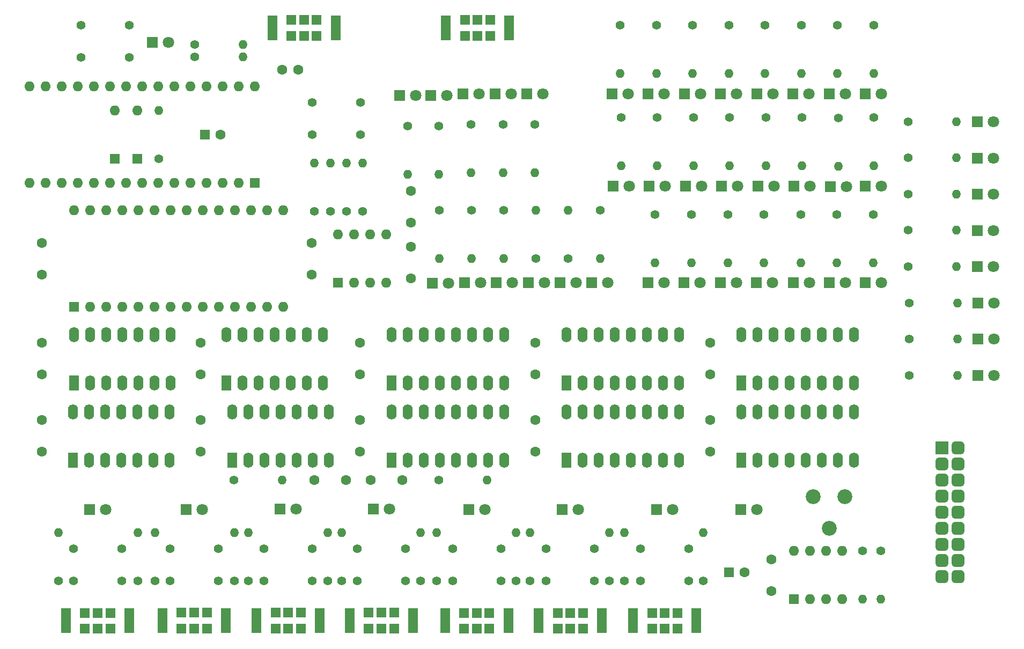
<source format=gbr>
%TF.GenerationSoftware,KiCad,Pcbnew,7.0.7*%
%TF.CreationDate,2024-08-20T13:12:50+02:00*%
%TF.ProjectId,plc14500,706c6331-3435-4303-902e-6b696361645f,rev?*%
%TF.SameCoordinates,Original*%
%TF.FileFunction,Soldermask,Top*%
%TF.FilePolarity,Negative*%
%FSLAX46Y46*%
G04 Gerber Fmt 4.6, Leading zero omitted, Abs format (unit mm)*
G04 Created by KiCad (PCBNEW 7.0.7) date 2024-08-20 13:12:50*
%MOMM*%
%LPD*%
G01*
G04 APERTURE LIST*
G04 Aperture macros list*
%AMRoundRect*
0 Rectangle with rounded corners*
0 $1 Rounding radius*
0 $2 $3 $4 $5 $6 $7 $8 $9 X,Y pos of 4 corners*
0 Add a 4 corners polygon primitive as box body*
4,1,4,$2,$3,$4,$5,$6,$7,$8,$9,$2,$3,0*
0 Add four circle primitives for the rounded corners*
1,1,$1+$1,$2,$3*
1,1,$1+$1,$4,$5*
1,1,$1+$1,$6,$7*
1,1,$1+$1,$8,$9*
0 Add four rect primitives between the rounded corners*
20,1,$1+$1,$2,$3,$4,$5,0*
20,1,$1+$1,$4,$5,$6,$7,0*
20,1,$1+$1,$6,$7,$8,$9,0*
20,1,$1+$1,$8,$9,$2,$3,0*%
G04 Aperture macros list end*
%ADD10C,1.600000*%
%ADD11R,1.600000X1.600000*%
%ADD12C,1.800000*%
%ADD13R,1.800000X1.800000*%
%ADD14C,1.400000*%
%ADD15O,1.400000X1.400000*%
%ADD16C,2.340000*%
%ADD17R,1.524000X1.524000*%
%ADD18R,1.524000X4.000000*%
%ADD19R,1.600000X2.400000*%
%ADD20O,1.600000X2.400000*%
%ADD21O,1.600000X1.600000*%
%ADD22C,1.397000*%
%ADD23R,2.000000X2.000000*%
%ADD24RoundRect,0.500000X-0.500000X-0.500000X0.500000X-0.500000X0.500000X0.500000X-0.500000X0.500000X0*%
G04 APERTURE END LIST*
D10*
%TO.C,C3*%
X127871000Y-113030000D03*
X127871000Y-108030000D03*
%TD*%
D11*
%TO.C,C4*%
X186095000Y-132080000D03*
D10*
X188595000Y-132080000D03*
%TD*%
%TO.C,C6*%
X183122000Y-108030000D03*
X183122000Y-113030000D03*
%TD*%
D11*
%TO.C,C7*%
X103370000Y-62940000D03*
D10*
X105870000Y-62940000D03*
%TD*%
%TO.C,C8*%
X155497000Y-95805000D03*
X155497000Y-100805000D03*
%TD*%
%TO.C,C9*%
X77620000Y-85025000D03*
X77620000Y-80025000D03*
%TD*%
%TO.C,C10*%
X120220000Y-80025000D03*
X120220000Y-85025000D03*
%TD*%
%TO.C,C11*%
X135890000Y-76835000D03*
X135890000Y-71835000D03*
%TD*%
%TO.C,C12*%
X135890000Y-85645000D03*
X135890000Y-80645000D03*
%TD*%
%TO.C,C13*%
X129510000Y-117510000D03*
X134510000Y-117510000D03*
%TD*%
%TO.C,C14*%
X183122000Y-100805000D03*
X183122000Y-95805000D03*
%TD*%
%TO.C,C16*%
X127871000Y-95805000D03*
X127871000Y-100805000D03*
%TD*%
%TO.C,C17*%
X155497000Y-108030000D03*
X155497000Y-113030000D03*
%TD*%
D12*
%TO.C,D1*%
X177240000Y-122120000D03*
D13*
X174700000Y-122120000D03*
%TD*%
D12*
%TO.C,D2*%
X162340000Y-122120000D03*
D13*
X159800000Y-122120000D03*
%TD*%
D12*
%TO.C,D3*%
X147545000Y-122120000D03*
D13*
X145005000Y-122120000D03*
%TD*%
D12*
%TO.C,D4*%
X132495000Y-122080000D03*
D13*
X129955000Y-122080000D03*
%TD*%
D12*
%TO.C,D6*%
X102960000Y-122100000D03*
D13*
X100420000Y-122100000D03*
%TD*%
D12*
%TO.C,D7*%
X87705000Y-122120000D03*
D13*
X85165000Y-122120000D03*
%TD*%
D12*
%TO.C,D8*%
X190500000Y-122150000D03*
D13*
X187960000Y-122150000D03*
%TD*%
D12*
%TO.C,D9*%
X227965000Y-100965000D03*
D13*
X225425000Y-100965000D03*
%TD*%
D12*
%TO.C,D10*%
X227965000Y-95250000D03*
D13*
X225425000Y-95250000D03*
%TD*%
D12*
%TO.C,D11*%
X227965000Y-89535000D03*
D13*
X225425000Y-89535000D03*
%TD*%
D12*
%TO.C,D12*%
X227850000Y-83820000D03*
D13*
X225310000Y-83820000D03*
%TD*%
D12*
%TO.C,D13*%
X227850000Y-78105000D03*
D13*
X225310000Y-78105000D03*
%TD*%
D12*
%TO.C,D14*%
X227845000Y-72390000D03*
D13*
X225305000Y-72390000D03*
%TD*%
D12*
%TO.C,D15*%
X227850000Y-66675000D03*
D13*
X225310000Y-66675000D03*
%TD*%
D12*
%TO.C,D16*%
X227850000Y-60960000D03*
D13*
X225310000Y-60960000D03*
%TD*%
D12*
%TO.C,D17*%
X97650000Y-48380000D03*
D13*
X95110000Y-48380000D03*
%TD*%
D12*
%TO.C,D18*%
X146680000Y-56515000D03*
D13*
X144140000Y-56515000D03*
%TD*%
D12*
%TO.C,D19*%
X141600000Y-56770000D03*
D13*
X139060000Y-56770000D03*
%TD*%
D12*
%TO.C,D20*%
X210185000Y-56515000D03*
D13*
X207645000Y-56515000D03*
%TD*%
D12*
%TO.C,D21*%
X210185000Y-71120000D03*
D13*
X207645000Y-71120000D03*
%TD*%
D12*
%TO.C,D22*%
X204470000Y-56515000D03*
D13*
X201930000Y-56515000D03*
%TD*%
D12*
%TO.C,D23*%
X204615000Y-71185000D03*
D13*
X202075000Y-71185000D03*
%TD*%
D12*
%TO.C,D24*%
X198755000Y-56515000D03*
D13*
X196215000Y-56515000D03*
%TD*%
D12*
%TO.C,D25*%
X198900000Y-71120000D03*
D13*
X196360000Y-71120000D03*
%TD*%
D12*
%TO.C,D26*%
X193040000Y-56515000D03*
D13*
X190500000Y-56515000D03*
%TD*%
D12*
%TO.C,D27*%
X193190000Y-71120000D03*
D13*
X190650000Y-71120000D03*
%TD*%
D12*
%TO.C,D28*%
X156730000Y-56515000D03*
D13*
X154190000Y-56515000D03*
%TD*%
D12*
%TO.C,D29*%
X187325000Y-56515000D03*
D13*
X184785000Y-56515000D03*
%TD*%
D12*
%TO.C,D30*%
X187475000Y-71120000D03*
D13*
X184935000Y-71120000D03*
%TD*%
D12*
%TO.C,D31*%
X181610000Y-56515000D03*
D13*
X179070000Y-56515000D03*
%TD*%
D12*
%TO.C,D32*%
X181760000Y-71120000D03*
D13*
X179220000Y-71120000D03*
%TD*%
D12*
%TO.C,D33*%
X151760000Y-56515000D03*
D13*
X149220000Y-56515000D03*
%TD*%
D12*
%TO.C,D34*%
X175895000Y-56515000D03*
D13*
X173355000Y-56515000D03*
%TD*%
D12*
%TO.C,D35*%
X176045000Y-71120000D03*
D13*
X173505000Y-71120000D03*
%TD*%
D12*
%TO.C,D36*%
X170180000Y-56515000D03*
D13*
X167640000Y-56515000D03*
%TD*%
D12*
%TO.C,D37*%
X170325000Y-71120000D03*
D13*
X167785000Y-71120000D03*
%TD*%
D12*
%TO.C,D38*%
X136690000Y-56770000D03*
D13*
X134150000Y-56770000D03*
%TD*%
D12*
%TO.C,D39*%
X141830000Y-86380000D03*
D13*
X139290000Y-86380000D03*
%TD*%
D12*
%TO.C,D41*%
X146865000Y-86360000D03*
D13*
X144325000Y-86360000D03*
%TD*%
D12*
%TO.C,D42*%
X151900000Y-86360000D03*
D13*
X149360000Y-86360000D03*
%TD*%
D12*
%TO.C,D43*%
X210185000Y-86360000D03*
D13*
X207645000Y-86360000D03*
%TD*%
D12*
%TO.C,D44*%
X204481000Y-86349300D03*
D13*
X201941000Y-86349300D03*
%TD*%
D12*
%TO.C,D45*%
X198778000Y-86349300D03*
D13*
X196238000Y-86349300D03*
%TD*%
D12*
%TO.C,D46*%
X192985000Y-86360000D03*
D13*
X190445000Y-86360000D03*
%TD*%
D12*
%TO.C,D47*%
X187270000Y-86360000D03*
D13*
X184730000Y-86360000D03*
%TD*%
D12*
%TO.C,D48*%
X181555000Y-86360000D03*
D13*
X179015000Y-86360000D03*
%TD*%
D14*
%TO.C,R1*%
X182035000Y-133410000D03*
D15*
X182035000Y-125790000D03*
%TD*%
D14*
%TO.C,R2*%
X167188000Y-133410000D03*
D15*
X167188000Y-125790000D03*
%TD*%
D14*
%TO.C,R3*%
X152447000Y-133410000D03*
D15*
X152447000Y-125790000D03*
%TD*%
D14*
%TO.C,R4*%
X137450000Y-133370000D03*
D15*
X137450000Y-125750000D03*
%TD*%
D14*
%TO.C,R5*%
X169575000Y-133410000D03*
D15*
X169575000Y-125790000D03*
%TD*%
D14*
%TO.C,R6*%
X154711700Y-133410000D03*
D15*
X154711700Y-125790000D03*
%TD*%
D14*
%TO.C,R7*%
X139953000Y-133410000D03*
D15*
X139953000Y-125790000D03*
%TD*%
D14*
%TO.C,R8*%
X124940000Y-133370000D03*
D15*
X124940000Y-125750000D03*
%TD*%
D14*
%TO.C,R9*%
X122803000Y-133370000D03*
D15*
X122803000Y-125750000D03*
%TD*%
D14*
%TO.C,R10*%
X108022000Y-133390000D03*
D15*
X108022000Y-125770000D03*
%TD*%
D14*
%TO.C,R12*%
X110277000Y-133370000D03*
D15*
X110277000Y-125750000D03*
%TD*%
D14*
%TO.C,R13*%
X95478000Y-133390000D03*
D15*
X95478000Y-125770000D03*
%TD*%
D14*
%TO.C,R14*%
X80260000Y-133410000D03*
D15*
X80260000Y-125790000D03*
%TD*%
D14*
%TO.C,R15*%
X210090000Y-128685000D03*
D15*
X210090000Y-136305000D03*
%TD*%
D14*
%TO.C,R16*%
X207180000Y-128685000D03*
D15*
X207180000Y-136305000D03*
%TD*%
D14*
%TO.C,R17*%
X214515000Y-100965000D03*
D15*
X222135000Y-100965000D03*
%TD*%
D14*
%TO.C,R18*%
X214515000Y-95240000D03*
D15*
X222135000Y-95240000D03*
%TD*%
D14*
%TO.C,R19*%
X214515000Y-89515000D03*
D15*
X222135000Y-89515000D03*
%TD*%
D14*
%TO.C,R20*%
X214400000Y-83790000D03*
D15*
X222020000Y-83790000D03*
%TD*%
D14*
%TO.C,R21*%
X214400000Y-78065000D03*
D15*
X222020000Y-78065000D03*
%TD*%
D14*
%TO.C,R23*%
X214395000Y-72340000D03*
D15*
X222015000Y-72340000D03*
%TD*%
D14*
%TO.C,R24*%
X214400000Y-66615000D03*
D15*
X222020000Y-66615000D03*
%TD*%
D14*
%TO.C,R25*%
X214390000Y-60890000D03*
D15*
X222010000Y-60890000D03*
%TD*%
D14*
%TO.C,R26*%
X101780000Y-48700000D03*
D15*
X109400000Y-48700000D03*
%TD*%
D14*
%TO.C,R27*%
X101800000Y-50710000D03*
D15*
X109420000Y-50710000D03*
%TD*%
D14*
%TO.C,R30*%
X120650000Y-75040000D03*
D15*
X120650000Y-67420000D03*
%TD*%
D14*
%TO.C,R31*%
X123190000Y-75040000D03*
D15*
X123190000Y-67420000D03*
%TD*%
D14*
%TO.C,R32*%
X208920000Y-45705000D03*
D15*
X208920000Y-53325000D03*
%TD*%
D14*
%TO.C,R33*%
X208920000Y-60260000D03*
D15*
X208920000Y-67880000D03*
%TD*%
D14*
%TO.C,R34*%
X203205000Y-45705000D03*
D15*
X203205000Y-53325000D03*
%TD*%
D14*
%TO.C,R35*%
X203350000Y-60325000D03*
D15*
X203350000Y-67945000D03*
%TD*%
D14*
%TO.C,R36*%
X197490000Y-45705000D03*
D15*
X197490000Y-53325000D03*
%TD*%
D14*
%TO.C,R37*%
X197635000Y-60260000D03*
D15*
X197635000Y-67880000D03*
%TD*%
D14*
%TO.C,R38*%
X191775000Y-45705000D03*
D15*
X191775000Y-53325000D03*
%TD*%
D14*
%TO.C,R39*%
X191925000Y-60260000D03*
D15*
X191925000Y-67880000D03*
%TD*%
D14*
%TO.C,R41*%
X186060000Y-45705000D03*
D15*
X186060000Y-53325000D03*
%TD*%
D14*
%TO.C,R42*%
X186210000Y-60260000D03*
D15*
X186210000Y-67880000D03*
%TD*%
D14*
%TO.C,R43*%
X180345000Y-45705000D03*
D15*
X180345000Y-53325000D03*
%TD*%
D14*
%TO.C,R44*%
X180495000Y-60260000D03*
D15*
X180495000Y-67880000D03*
%TD*%
D14*
%TO.C,R46*%
X174630000Y-45705000D03*
D15*
X174630000Y-53325000D03*
%TD*%
D14*
%TO.C,R47*%
X174780000Y-60260000D03*
D15*
X174780000Y-67880000D03*
%TD*%
D14*
%TO.C,R48*%
X168915000Y-45705000D03*
D15*
X168915000Y-53325000D03*
%TD*%
D14*
%TO.C,R50*%
X125730000Y-75040000D03*
D15*
X125730000Y-67420000D03*
%TD*%
D14*
%TO.C,R51*%
X128270000Y-75040000D03*
D15*
X128270000Y-67420000D03*
%TD*%
D14*
%TO.C,R52*%
X135425000Y-61595000D03*
D15*
X135425000Y-69215000D03*
%TD*%
D14*
%TO.C,R53*%
X155580000Y-82539300D03*
D15*
X155580000Y-74919300D03*
%TD*%
D14*
%TO.C,R55*%
X140340000Y-74930000D03*
D15*
X140340000Y-82550000D03*
%TD*%
D14*
%TO.C,R57*%
X145420000Y-74930000D03*
D15*
X145420000Y-82550000D03*
%TD*%
D14*
%TO.C,R58*%
X150500000Y-74930000D03*
D15*
X150500000Y-82550000D03*
%TD*%
D14*
%TO.C,R60*%
X208860000Y-75575700D03*
D15*
X208860000Y-83195700D03*
%TD*%
D14*
%TO.C,R61*%
X203145000Y-75565000D03*
D15*
X203145000Y-83185000D03*
%TD*%
D14*
%TO.C,R62*%
X197430000Y-75565000D03*
D15*
X197430000Y-83185000D03*
%TD*%
D14*
%TO.C,R63*%
X191626000Y-75575700D03*
D15*
X191626000Y-83195700D03*
%TD*%
D14*
%TO.C,R64*%
X185899000Y-75575700D03*
D15*
X185899000Y-83195700D03*
%TD*%
D14*
%TO.C,R65*%
X180173000Y-75575700D03*
D15*
X180173000Y-83195700D03*
%TD*%
D14*
%TO.C,R66*%
X174446000Y-75575700D03*
D15*
X174446000Y-83195700D03*
%TD*%
D16*
%TO.C,RV1*%
X204430000Y-120095000D03*
X201930000Y-125095000D03*
X199430000Y-120095000D03*
%TD*%
D17*
%TO.C,S6*%
X159075000Y-140950000D03*
X161075000Y-140950000D03*
X163075000Y-140950000D03*
X159075000Y-138450000D03*
X161075000Y-138450000D03*
X163075000Y-138450000D03*
D18*
X156075000Y-139700000D03*
X166075000Y-139700000D03*
%TD*%
D17*
%TO.C,S7*%
X144280000Y-140950000D03*
X146280000Y-140950000D03*
X148280000Y-140950000D03*
X144280000Y-138450000D03*
X146280000Y-138450000D03*
X148280000Y-138450000D03*
D18*
X141280000Y-139700000D03*
X151280000Y-139700000D03*
%TD*%
D17*
%TO.C,S8*%
X129230000Y-140910000D03*
X131230000Y-140910000D03*
X133230000Y-140910000D03*
X129230000Y-138410000D03*
X131230000Y-138410000D03*
X133230000Y-138410000D03*
D18*
X126230000Y-139660000D03*
X136230000Y-139660000D03*
%TD*%
D17*
%TO.C,S13*%
X99695000Y-140930000D03*
X101695000Y-140930000D03*
X103695000Y-140930000D03*
X99695000Y-138430000D03*
X101695000Y-138430000D03*
X103695000Y-138430000D03*
D18*
X96695000Y-139680000D03*
X106695000Y-139680000D03*
%TD*%
D17*
%TO.C,S14*%
X84440000Y-140950000D03*
X86440000Y-140950000D03*
X88440000Y-140950000D03*
X84440000Y-138450000D03*
X86440000Y-138450000D03*
X88440000Y-138450000D03*
D18*
X81440000Y-139700000D03*
X91440000Y-139700000D03*
%TD*%
D17*
%TO.C,S16*%
X121010000Y-44880000D03*
X119010000Y-44880000D03*
X117010000Y-44880000D03*
X121010000Y-47380000D03*
X119010000Y-47380000D03*
X117010000Y-47380000D03*
D18*
X124010000Y-46130000D03*
X114010000Y-46130000D03*
%TD*%
D17*
%TO.C,S18*%
X148420000Y-44860000D03*
X146420000Y-44860000D03*
X144420000Y-44860000D03*
X148420000Y-47360000D03*
X146420000Y-47360000D03*
X144420000Y-47360000D03*
D18*
X151420000Y-46110000D03*
X141420000Y-46110000D03*
%TD*%
D19*
%TO.C,U2*%
X132809000Y-114355000D03*
D20*
X135349000Y-114355000D03*
X137889000Y-114355000D03*
X140429000Y-114355000D03*
X142969000Y-114355000D03*
X145509000Y-114355000D03*
X148049000Y-114355000D03*
X150589000Y-114355000D03*
X150589000Y-106735000D03*
X148049000Y-106735000D03*
X145509000Y-106735000D03*
X142969000Y-106735000D03*
X140429000Y-106735000D03*
X137889000Y-106735000D03*
X135349000Y-106735000D03*
X132809000Y-106735000D03*
%TD*%
D19*
%TO.C,U5*%
X188060000Y-114355000D03*
D20*
X190600000Y-114355000D03*
X193140000Y-114355000D03*
X195680000Y-114355000D03*
X198220000Y-114355000D03*
X200760000Y-114355000D03*
X203300000Y-114355000D03*
X205840000Y-114355000D03*
X205840000Y-106735000D03*
X203300000Y-106735000D03*
X200760000Y-106735000D03*
X198220000Y-106735000D03*
X195680000Y-106735000D03*
X193140000Y-106735000D03*
X190600000Y-106735000D03*
X188060000Y-106735000D03*
%TD*%
D19*
%TO.C,U7*%
X160434000Y-102130000D03*
D20*
X162974000Y-102130000D03*
X165514000Y-102130000D03*
X168054000Y-102130000D03*
X170594000Y-102130000D03*
X173134000Y-102130000D03*
X175674000Y-102130000D03*
X178214000Y-102130000D03*
X178214000Y-94510000D03*
X175674000Y-94510000D03*
X173134000Y-94510000D03*
X170594000Y-94510000D03*
X168054000Y-94510000D03*
X165514000Y-94510000D03*
X162974000Y-94510000D03*
X160434000Y-94510000D03*
%TD*%
D11*
%TO.C,U8*%
X82690000Y-90150000D03*
D21*
X85230000Y-90150000D03*
X87770000Y-90150000D03*
X90310000Y-90150000D03*
X92850000Y-90150000D03*
X95390000Y-90150000D03*
X97930000Y-90150000D03*
X100470000Y-90150000D03*
X103010000Y-90150000D03*
X105550000Y-90150000D03*
X108090000Y-90150000D03*
X110630000Y-90150000D03*
X113170000Y-90150000D03*
X115710000Y-90150000D03*
X115710000Y-74910000D03*
X113170000Y-74910000D03*
X110630000Y-74910000D03*
X108090000Y-74910000D03*
X105550000Y-74910000D03*
X103010000Y-74910000D03*
X100470000Y-74910000D03*
X97930000Y-74910000D03*
X95390000Y-74910000D03*
X92850000Y-74910000D03*
X90310000Y-74910000D03*
X87770000Y-74910000D03*
X85230000Y-74910000D03*
X82690000Y-74910000D03*
%TD*%
D11*
%TO.C,U9*%
X124350000Y-86325000D03*
D21*
X126890000Y-86325000D03*
X129430000Y-86325000D03*
X131970000Y-86325000D03*
X131970000Y-78705000D03*
X129430000Y-78705000D03*
X126890000Y-78705000D03*
X124350000Y-78705000D03*
%TD*%
D19*
%TO.C,U10*%
X188060000Y-102130000D03*
D20*
X190600000Y-102130000D03*
X193140000Y-102130000D03*
X195680000Y-102130000D03*
X198220000Y-102130000D03*
X200760000Y-102130000D03*
X203300000Y-102130000D03*
X205840000Y-102130000D03*
X205840000Y-94510000D03*
X203300000Y-94510000D03*
X200760000Y-94510000D03*
X198220000Y-94510000D03*
X195680000Y-94510000D03*
X193140000Y-94510000D03*
X190600000Y-94510000D03*
X188060000Y-94510000D03*
%TD*%
D19*
%TO.C,U13*%
X132809000Y-102130000D03*
D20*
X135349000Y-102130000D03*
X137889000Y-102130000D03*
X140429000Y-102130000D03*
X142969000Y-102130000D03*
X145509000Y-102130000D03*
X148049000Y-102130000D03*
X150589000Y-102130000D03*
X150589000Y-94510000D03*
X148049000Y-94510000D03*
X145509000Y-94510000D03*
X142969000Y-94510000D03*
X140429000Y-94510000D03*
X137889000Y-94510000D03*
X135349000Y-94510000D03*
X132809000Y-94510000D03*
%TD*%
D19*
%TO.C,U14*%
X160434000Y-114355000D03*
D20*
X162974000Y-114355000D03*
X165514000Y-114355000D03*
X168054000Y-114355000D03*
X170594000Y-114355000D03*
X173134000Y-114355000D03*
X175674000Y-114355000D03*
X178214000Y-114355000D03*
X178214000Y-106735000D03*
X175674000Y-106735000D03*
X173134000Y-106735000D03*
X170594000Y-106735000D03*
X168054000Y-106735000D03*
X165514000Y-106735000D03*
X162974000Y-106735000D03*
X160434000Y-106735000D03*
%TD*%
D17*
%TO.C,S12*%
X114530000Y-140910000D03*
X116530000Y-140910000D03*
X118530000Y-140910000D03*
X114530000Y-138410000D03*
X116530000Y-138410000D03*
X118530000Y-138410000D03*
D18*
X111530000Y-139660000D03*
X121530000Y-139660000D03*
%TD*%
D12*
%TO.C,D5*%
X117795000Y-122080000D03*
D13*
X115255000Y-122080000D03*
%TD*%
D17*
%TO.C,S5*%
X173975000Y-140950000D03*
X175975000Y-140950000D03*
X177975000Y-140950000D03*
X173975000Y-138450000D03*
X175975000Y-138450000D03*
X177975000Y-138450000D03*
D18*
X170975000Y-139700000D03*
X180975000Y-139700000D03*
%TD*%
D14*
%TO.C,R11*%
X92820000Y-133410000D03*
D15*
X92820000Y-125790000D03*
%TD*%
D19*
%TO.C,U3*%
X107683000Y-114355000D03*
D20*
X110223000Y-114355000D03*
X112763000Y-114355000D03*
X115303000Y-114355000D03*
X117843000Y-114355000D03*
X120383000Y-114355000D03*
X122923000Y-114355000D03*
X122923000Y-106735000D03*
X120383000Y-106735000D03*
X117843000Y-106735000D03*
X115303000Y-106735000D03*
X112763000Y-106735000D03*
X110223000Y-106735000D03*
X107683000Y-106735000D03*
%TD*%
D10*
%TO.C,C1*%
X77620000Y-113030000D03*
X77620000Y-108030000D03*
%TD*%
%TO.C,C2*%
X102746000Y-113030000D03*
X102746000Y-108030000D03*
%TD*%
D19*
%TO.C,U11*%
X82690000Y-102130000D03*
D20*
X85230000Y-102130000D03*
X87770000Y-102130000D03*
X90310000Y-102130000D03*
X92850000Y-102130000D03*
X95390000Y-102130000D03*
X97930000Y-102130000D03*
X97930000Y-94510000D03*
X95390000Y-94510000D03*
X92850000Y-94510000D03*
X90310000Y-94510000D03*
X87770000Y-94510000D03*
X85230000Y-94510000D03*
X82690000Y-94510000D03*
%TD*%
D10*
%TO.C,C19*%
X102746000Y-100805000D03*
X102746000Y-95805000D03*
%TD*%
%TO.C,C18*%
X77620000Y-100805000D03*
X77620000Y-95805000D03*
%TD*%
D19*
%TO.C,U12*%
X106780000Y-102130000D03*
D20*
X109320000Y-102130000D03*
X111860000Y-102130000D03*
X114400000Y-102130000D03*
X116940000Y-102130000D03*
X119480000Y-102130000D03*
X122020000Y-102130000D03*
X122020000Y-94510000D03*
X119480000Y-94510000D03*
X116940000Y-94510000D03*
X114400000Y-94510000D03*
X111860000Y-94510000D03*
X109320000Y-94510000D03*
X106780000Y-94510000D03*
%TD*%
D19*
%TO.C,U1*%
X82557800Y-114355000D03*
D20*
X85097800Y-114355000D03*
X87637800Y-114355000D03*
X90177800Y-114355000D03*
X92717800Y-114355000D03*
X95257800Y-114355000D03*
X97797800Y-114355000D03*
X97797800Y-106735000D03*
X95257800Y-106735000D03*
X92717800Y-106735000D03*
X90177800Y-106735000D03*
X87637800Y-106735000D03*
X85097800Y-106735000D03*
X82557800Y-106735000D03*
%TD*%
D10*
%TO.C,C5*%
X192790000Y-129995000D03*
X192790000Y-134995000D03*
%TD*%
D11*
%TO.C,U4*%
X196330000Y-136295000D03*
D21*
X198870000Y-136295000D03*
X201410000Y-136295000D03*
X203950000Y-136295000D03*
X203950000Y-128675000D03*
X201410000Y-128675000D03*
X198870000Y-128675000D03*
X196330000Y-128675000D03*
%TD*%
D14*
%TO.C,R49*%
X169060000Y-60260000D03*
D15*
X169060000Y-67880000D03*
%TD*%
D12*
%TO.C,D49*%
X175840000Y-86360000D03*
D13*
X173300000Y-86360000D03*
%TD*%
D14*
%TO.C,R45*%
X150495000Y-61340000D03*
D15*
X150495000Y-68960000D03*
%TD*%
D14*
%TO.C,R40*%
X155465000Y-61340000D03*
D15*
X155465000Y-68960000D03*
%TD*%
D14*
%TO.C,R28*%
X145415000Y-61340000D03*
D15*
X145415000Y-68960000D03*
%TD*%
D14*
%TO.C,R29*%
X140335000Y-61595000D03*
D15*
X140335000Y-69215000D03*
%TD*%
D11*
%TO.C,D40*%
X89185000Y-66750000D03*
D21*
X89185000Y-59130000D03*
%TD*%
D11*
%TO.C,D51*%
X92735000Y-66750000D03*
D21*
X92735000Y-59130000D03*
%TD*%
D14*
%TO.C,R54*%
X96085000Y-66750000D03*
D15*
X96085000Y-59130000D03*
%TD*%
D22*
%TO.C,S1*%
X172165000Y-128350000D03*
X179785000Y-128350000D03*
X172165000Y-133430000D03*
X179785000Y-133430000D03*
%TD*%
%TO.C,S2*%
X157265000Y-128350000D03*
X164885000Y-128350000D03*
X157265000Y-133430000D03*
X164885000Y-133430000D03*
%TD*%
%TO.C,S3*%
X142470000Y-128350000D03*
X150090000Y-128350000D03*
X142470000Y-133430000D03*
X150090000Y-133430000D03*
%TD*%
%TO.C,S4*%
X127420000Y-128310000D03*
X135040000Y-128310000D03*
X127420000Y-133390000D03*
X135040000Y-133390000D03*
%TD*%
%TO.C,S9*%
X112720000Y-128310000D03*
X120340000Y-128310000D03*
X112720000Y-133390000D03*
X120340000Y-133390000D03*
%TD*%
%TO.C,S10*%
X97885000Y-128330000D03*
X105505000Y-128330000D03*
X97885000Y-133410000D03*
X105505000Y-133410000D03*
%TD*%
%TO.C,S11*%
X82630000Y-128350000D03*
X90250000Y-128350000D03*
X82630000Y-133430000D03*
X90250000Y-133430000D03*
%TD*%
%TO.C,S15*%
X83840000Y-45690000D03*
X91460000Y-45690000D03*
X83840000Y-50770000D03*
X91460000Y-50770000D03*
%TD*%
%TO.C,S17*%
X120350000Y-57840000D03*
X127970000Y-57840000D03*
X120350000Y-62920000D03*
X127970000Y-62920000D03*
%TD*%
D14*
%TO.C,R22*%
X140335000Y-117475000D03*
D15*
X147955000Y-117475000D03*
%TD*%
D10*
%TO.C,C15*%
X120650000Y-117475000D03*
X125650000Y-117475000D03*
%TD*%
D14*
%TO.C,R67*%
X165740000Y-74919300D03*
D15*
X165740000Y-82539300D03*
%TD*%
D12*
%TO.C,D53*%
X167005000Y-86360000D03*
D13*
X164465000Y-86360000D03*
%TD*%
D14*
%TO.C,R59*%
X107950000Y-117475000D03*
D15*
X115570000Y-117475000D03*
%TD*%
D10*
%TO.C,C20*%
X115610000Y-52705000D03*
X118110000Y-52705000D03*
%TD*%
D12*
%TO.C,D50*%
X156935000Y-86360000D03*
D13*
X154395000Y-86360000D03*
%TD*%
D23*
%TO.C,J1*%
X219710000Y-112395000D03*
D24*
X219710000Y-114935000D03*
X219710000Y-117475000D03*
X219710000Y-120015000D03*
X219710000Y-122555000D03*
X219710000Y-125095000D03*
X219710000Y-127635000D03*
X219710000Y-130175000D03*
X219710000Y-132715000D03*
X222250000Y-132715000D03*
X222250000Y-130175000D03*
X222250000Y-127635000D03*
X222250000Y-125095000D03*
X222250000Y-122555000D03*
X222250000Y-120015000D03*
X222250000Y-117475000D03*
X222250000Y-114935000D03*
X222250000Y-112395000D03*
%TD*%
D12*
%TO.C,D52*%
X161970000Y-86360000D03*
D13*
X159430000Y-86360000D03*
%TD*%
D14*
%TO.C,R56*%
X160660000Y-82539300D03*
D15*
X160660000Y-74919300D03*
%TD*%
D11*
%TO.C,U6*%
X111250000Y-70550000D03*
D21*
X108710000Y-70550000D03*
X106170000Y-70550000D03*
X103630000Y-70550000D03*
X101090000Y-70550000D03*
X98550000Y-70550000D03*
X96010000Y-70550000D03*
X93470000Y-70550000D03*
X90930000Y-70550000D03*
X88390000Y-70550000D03*
X85850000Y-70550000D03*
X83310000Y-70550000D03*
X80770000Y-70550000D03*
X78230000Y-70550000D03*
X75690000Y-70550000D03*
X75690000Y-55310000D03*
X78230000Y-55310000D03*
X80770000Y-55310000D03*
X83310000Y-55310000D03*
X85850000Y-55310000D03*
X88390000Y-55310000D03*
X90930000Y-55310000D03*
X93470000Y-55310000D03*
X96010000Y-55310000D03*
X98550000Y-55310000D03*
X101090000Y-55310000D03*
X103630000Y-55310000D03*
X106170000Y-55310000D03*
X108710000Y-55310000D03*
X111250000Y-55310000D03*
%TD*%
M02*

</source>
